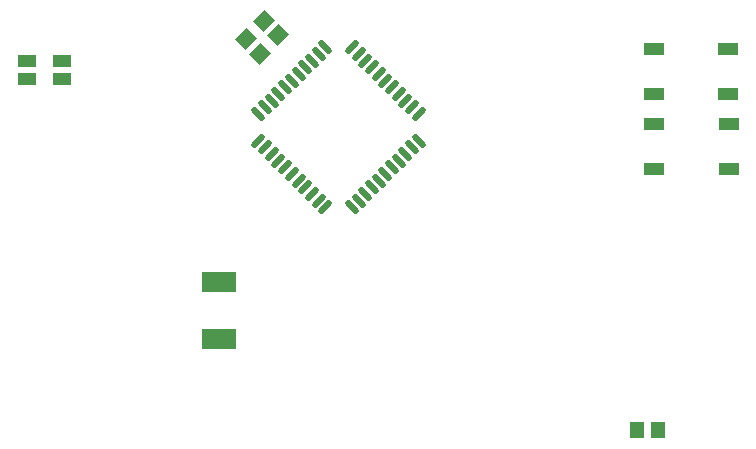
<source format=gtp>
G04 Layer_Color=8421504*
%FSLAX25Y25*%
%MOIN*%
G70*
G01*
G75*
G04:AMPARAMS|DCode=10|XSize=55.12mil|YSize=47.24mil|CornerRadius=0mil|HoleSize=0mil|Usage=FLASHONLY|Rotation=225.000|XOffset=0mil|YOffset=0mil|HoleType=Round|Shape=Rectangle|*
%AMROTATEDRECTD10*
4,1,4,0.00278,0.03619,0.03619,0.00278,-0.00278,-0.03619,-0.03619,-0.00278,0.00278,0.03619,0.0*
%
%ADD10ROTATEDRECTD10*%

%ADD11R,0.06693X0.03937*%
%ADD12R,0.04528X0.05315*%
%ADD13R,0.05906X0.04331*%
%ADD14R,0.11614X0.06614*%
G04:AMPARAMS|DCode=15|XSize=21.65mil|YSize=57.09mil|CornerRadius=0mil|HoleSize=0mil|Usage=FLASHONLY|Rotation=135.000|XOffset=0mil|YOffset=0mil|HoleType=Round|Shape=Round|*
%AMOVALD15*
21,1,0.03543,0.02165,0.00000,0.00000,225.0*
1,1,0.02165,0.01253,0.01253*
1,1,0.02165,-0.01253,-0.01253*
%
%ADD15OVALD15*%

G04:AMPARAMS|DCode=16|XSize=21.65mil|YSize=57.09mil|CornerRadius=0mil|HoleSize=0mil|Usage=FLASHONLY|Rotation=45.000|XOffset=0mil|YOffset=0mil|HoleType=Round|Shape=Round|*
%AMOVALD16*
21,1,0.03543,0.02165,0.00000,0.00000,135.0*
1,1,0.02165,0.01253,-0.01253*
1,1,0.02165,-0.01253,0.01253*
%
%ADD16OVALD16*%

D10*
X79071Y159304D02*
D03*
X85196Y165429D02*
D03*
X83804Y154571D02*
D03*
X89929Y160696D02*
D03*
D11*
X215197Y116039D02*
D03*
X240000D02*
D03*
X215197Y131000D02*
D03*
X240000D02*
D03*
X239803Y155961D02*
D03*
X215000D02*
D03*
X239803Y141000D02*
D03*
X215000D02*
D03*
D12*
X216445Y29000D02*
D03*
X209555D02*
D03*
D13*
X17906Y151953D02*
D03*
Y146047D02*
D03*
X6095D02*
D03*
Y151953D02*
D03*
D14*
X70000Y59591D02*
D03*
Y78409D02*
D03*
D15*
X83275Y125546D02*
D03*
X85502Y123319D02*
D03*
X87729Y121092D02*
D03*
X89956Y118865D02*
D03*
X92183Y116637D02*
D03*
X94410Y114410D02*
D03*
X96637Y112183D02*
D03*
X98865Y109956D02*
D03*
X101092Y107729D02*
D03*
X103319Y105502D02*
D03*
X105546Y103275D02*
D03*
X136725Y134454D02*
D03*
X134498Y136681D02*
D03*
X132271Y138908D02*
D03*
X130044Y141136D02*
D03*
X127817Y143363D02*
D03*
X125590Y145590D02*
D03*
X123363Y147817D02*
D03*
X121135Y150044D02*
D03*
X118908Y152271D02*
D03*
X116681Y154498D02*
D03*
X114454Y156725D02*
D03*
D16*
Y103275D02*
D03*
X116681Y105502D02*
D03*
X118908Y107729D02*
D03*
X121135Y109956D02*
D03*
X123363Y112183D02*
D03*
X125590Y114410D02*
D03*
X127817Y116637D02*
D03*
X130044Y118865D02*
D03*
X132271Y121092D02*
D03*
X134498Y123319D02*
D03*
X136725Y125546D02*
D03*
X105546Y156725D02*
D03*
X103319Y154498D02*
D03*
X101092Y152271D02*
D03*
X98864Y150044D02*
D03*
X96637Y147817D02*
D03*
X94410Y145590D02*
D03*
X92183Y143363D02*
D03*
X89956Y141136D02*
D03*
X87729Y138908D02*
D03*
X85502Y136681D02*
D03*
X83275Y134454D02*
D03*
M02*

</source>
